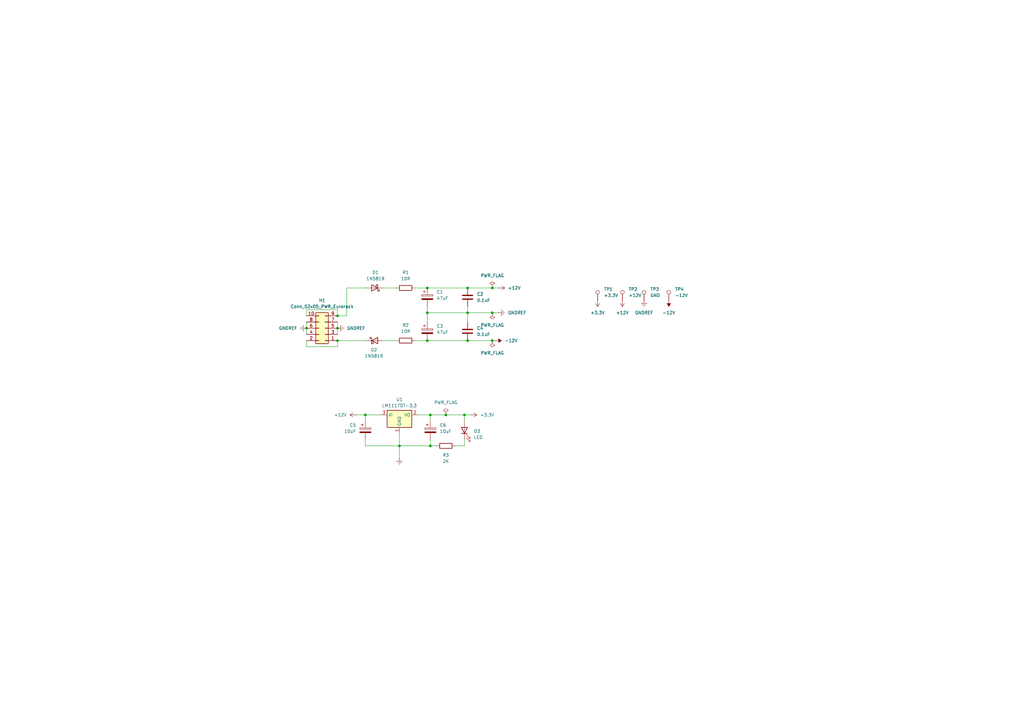
<source format=kicad_sch>
(kicad_sch (version 20231120) (generator "eeschema") (generator_version "8.0")
  (paper "A3")
  (lib_symbols
    (symbol "Connector:TestPoint" (pin_numbers hide) (pin_names (offset 0.762) hide)
      (property "Reference" "TP" (at 0 6.858 0))
      (property "Value" "TestPoint" (at 0 5.08 0))
      (symbol "TestPoint_0_1"
        (circle (center 0 3.302) (radius 0.762))
      )
      (symbol "TestPoint_1_1"
        (pin passive line (at 0 0 90) (length 2.54) (name "1") (number "1"))
      )
    )
    (symbol "Device:C" (pin_numbers hide) (pin_names (offset 0.254))
      (property "Reference" "C" (at 0.635 2.54 0))
      (property "Value" "C" (at 0.635 -2.54 0))
      (symbol "C_0_1"
        (polyline (pts (xy -2.032 -0.762) (xy 2.032 -0.762)) (stroke (width 0.508)))
        (polyline (pts (xy -2.032 0.762) (xy 2.032 0.762)) (stroke (width 0.508)))
      )
      (symbol "C_1_1"
        (pin passive line (at 0 3.81 270) (length 2.794) (name "~") (number "1"))
        (pin passive line (at 0 -3.81 90) (length 2.794) (name "~") (number "2"))
      )
    )
    (symbol "Device:C_Polarized" (pin_numbers hide) (pin_names (offset 0.254))
      (property "Reference" "C" (at 0.635 2.54 0))
      (property "Value" "C_Polarized" (at 0.635 -2.54 0))
      (symbol "C_Polarized_0_1"
        (rectangle (start -2.286 0.508) (end 2.286 1.016))
        (polyline (pts (xy -1.778 2.286) (xy -0.762 2.286)))
        (polyline (pts (xy -1.27 2.794) (xy -1.27 1.778)))
        (rectangle (start 2.286 -0.508) (end -2.286 -1.016) (fill (type outline)))
      )
      (symbol "C_Polarized_1_1"
        (pin passive line (at 0 3.81 270) (length 2.794) (name "~") (number "1"))
        (pin passive line (at 0 -3.81 90) (length 2.794) (name "~") (number "2"))
      )
    )
    (symbol "Device:LED" (pin_numbers hide) (pin_names (offset 1.016) hide)
      (property "Reference" "D" (at 0 2.54 0))
      (property "Value" "LED" (at 0 -2.54 0))
      (symbol "LED_0_1"
        (polyline (pts (xy -1.27 -1.27) (xy -1.27 1.27)) (stroke (width 0.254)))
        (polyline (pts (xy -1.27 0) (xy 1.27 0)))
        (polyline (pts (xy 1.27 -1.27) (xy 1.27 1.27) (xy -1.27 0) (xy 1.27 -1.27)) (stroke (width 0.254)))
        (polyline (pts (xy -3.048 -0.762) (xy -4.572 -2.286) (xy -3.81 -2.286) (xy -4.572 -2.286) (xy -4.572 -1.524)))
        (polyline (pts (xy -1.778 -0.762) (xy -3.302 -2.286) (xy -2.54 -2.286) (xy -3.302 -2.286) (xy -3.302 -1.524)))
      )
      (symbol "LED_1_1"
        (pin passive line (at -3.81 0 0) (length 2.54) (name "K") (number "1"))
        (pin passive line (at 3.81 0 180) (length 2.54) (name "A") (number "2"))
      )
    )
    (symbol "Device:R" (pin_numbers hide) (pin_names (offset 0))
      (property "Reference" "R" (at 2.032 0 90))
      (property "Value" "R" (at 0 0 90))
      (symbol "R_0_1"
        (rectangle (start -1.016 -2.54) (end 1.016 2.54) (stroke (width 0.254)))
      )
      (symbol "R_1_1"
        (pin passive line (at 0 3.81 270) (length 1.27) (name "~") (number "1"))
        (pin passive line (at 0 -3.81 90) (length 1.27) (name "~") (number "2"))
      )
    )
    (symbol "Diode:1N5817" (pin_numbers hide) (pin_names (offset 1.016) hide)
      (property "Reference" "D" (at 0 2.54 0))
      (property "Value" "1N5817" (at 0 -2.54 0))
      (symbol "1N5817_0_1"
        (polyline (pts (xy 1.27 0) (xy -1.27 0)))
        (polyline (pts (xy 1.27 1.27) (xy 1.27 -1.27) (xy -1.27 0) (xy 1.27 1.27)) (stroke (width 0.254)))
        (polyline (pts (xy -1.905 0.635) (xy -1.905 1.27) (xy -1.27 1.27) (xy -1.27 -1.27) (xy -0.635 -1.27) (xy -0.635 -0.635)) (stroke (width 0.254)))
      )
      (symbol "1N5817_1_1"
        (pin passive line (at -3.81 0 0) (length 2.54) (name "K") (number "1"))
        (pin passive line (at 3.81 0 180) (length 2.54) (name "A") (number "2"))
      )
    )
    (symbol "Regulator_Linear:LM1117DT-3.3"
      (property "Reference" "U" (at -3.81 3.175 0))
      (property "Value" "LM1117DT-3.3" (at 0 3.175 0))
      (symbol "LM1117DT-3.3_0_1"
        (rectangle (start -5.08 -5.08) (end 5.08 1.905) (stroke (width 0.254)) (fill (type background)))
      )
      (symbol "LM1117DT-3.3_1_1"
        (pin power_in line (at 0 -7.62 90) (length 2.54) (name "GND") (number "1"))
        (pin power_out line (at 7.62 0 180) (length 2.54) (name "VO") (number "2"))
        (pin power_in line (at -7.62 0 0) (length 2.54) (name "VI") (number "3"))
      )
    )
    (symbol "power:+12V" (power) (pin_numbers hide) (pin_names (offset 0) hide)
      (property "Value" "+12V" (at 0 3.556 0))
      (symbol "+12V_0_1"
        (polyline (pts (xy -0.762 1.27) (xy 0 2.54)))
        (polyline (pts (xy 0 0) (xy 0 2.54)))
        (polyline (pts (xy 0 2.54) (xy 0.762 1.27)))
      )
      (symbol "+12V_1_1"
        (pin power_in line (at 0 0 90) (length 0) (name "~") (number "1"))
      )
    )
    (symbol "power:+3.3V" (power) (pin_numbers hide) (pin_names (offset 0) hide)
      (property "Value" "+3.3V" (at 0 3.556 0))
      (symbol "+3.3V_0_1"
        (polyline (pts (xy -0.762 1.27) (xy 0 2.54)))
        (polyline (pts (xy 0 0) (xy 0 2.54)))
        (polyline (pts (xy 0 2.54) (xy 0.762 1.27)))
      )
      (symbol "+3.3V_1_1"
        (pin power_in line (at 0 0 90) (length 0) (name "~") (number "1"))
      )
    )
    (symbol "power:-12V" (power) (pin_numbers hide) (pin_names (offset 0) hide)
      (property "Value" "-12V" (at 0 3.556 0))
      (symbol "-12V_0_0"
        (pin power_in line (at 0 0 90) (length 0) (name "~") (number "1"))
      )
      (symbol "-12V_0_1"
        (polyline (pts (xy 0 0) (xy 0 1.27) (xy 0.762 1.27) (xy 0 2.54) (xy -0.762 1.27) (xy 0 1.27)) (fill (type outline)))
      )
    )
    (symbol "power:GNDREF" (power) (pin_numbers hide) (pin_names (offset 0) hide)
      (property "Value" "GNDREF" (at 0 -3.81 0))
      (symbol "GNDREF_0_1"
        (polyline (pts (xy -0.635 -1.905) (xy 0.635 -1.905)))
        (polyline (pts (xy -0.127 -2.54) (xy 0.127 -2.54)))
        (polyline (pts (xy 0 -1.27) (xy 0 0)))
        (polyline (pts (xy 1.27 -1.27) (xy -1.27 -1.27)))
      )
      (symbol "GNDREF_1_1"
        (pin power_in line (at 0 0 270) (length 0) (name "~") (number "1"))
      )
    )
    (symbol "power:PWR_FLAG" (power) (pin_numbers hide) (pin_names (offset 0) hide)
      (property "Value" "PWR_FLAG" (at 0 3.81 0))
      (symbol "PWR_FLAG_0_0"
        (pin power_out line (at 0 0 90) (length 0) (name "~") (number "1"))
      )
      (symbol "PWR_FLAG_0_1"
        (polyline (pts (xy 0 0) (xy 0 1.27) (xy -1.016 1.905) (xy 0 2.54) (xy 1.016 1.905) (xy 0 1.27)))
      )
    )
    (symbol "synth:Conn_02x05_EuroRack_Power" (pin_names (offset 1.016) hide)
      (property "Reference" "H13" (at 0 -11.43 0))
      (property "Value" "Conn_02x05_PWR_Eurorack" (at 0 -8.89 0))
      (symbol "Conn_02x05_EuroRack_Power_1_1"
        (rectangle (start -2.54 -4.953) (end -1.27 -5.207) (stroke (width 0.1524)))
        (rectangle (start -2.54 -2.413) (end -1.27 -2.667) (stroke (width 0.1524)))
        (rectangle (start -2.54 0.127) (end -1.27 -0.127) (stroke (width 0.1524)))
        (rectangle (start -2.54 2.667) (end -1.27 2.413) (stroke (width 0.1524)))
        (rectangle (start -2.54 5.207) (end -1.27 4.953) (stroke (width 0.1524)))
        (rectangle (start -2.54 6.35) (end 2.54 -6.35) (stroke (width 0.254)) (fill (type background)))
        (rectangle (start 2.54 -4.953) (end 1.27 -5.207) (stroke (width 0.1524)))
        (rectangle (start 2.54 -2.413) (end 1.27 -2.667) (stroke (width 0.1524)))
        (rectangle (start 2.54 0.127) (end 1.27 -0.127) (stroke (width 0.1524)))
        (rectangle (start 2.54 2.667) (end 1.27 2.413) (stroke (width 0.1524)))
        (rectangle (start 2.54 5.207) (end 1.27 4.953) (stroke (width 0.1524)))
        (pin passive line (at -6.35 5.08 0) (length 3.81) (name "Pin_1") (number "1"))
        (pin passive line (at 6.35 -5.08 180) (length 3.81) (name "Pin_10") (number "10"))
        (pin passive line (at 6.35 5.08 180) (length 3.81) (name "Pin_2") (number "2"))
        (pin passive line (at -6.35 2.54 0) (length 3.81) (name "Pin_3") (number "3"))
        (pin passive line (at 6.35 2.54 180) (length 3.81) (name "Pin_4") (number "4"))
        (pin passive line (at -6.35 0 0) (length 3.81) (name "Pin_5") (number "5"))
        (pin passive line (at 6.35 0 180) (length 3.81) (name "Pin_6") (number "6"))
        (pin passive line (at -6.35 -2.54 0) (length 3.81) (name "Pin_7") (number "7"))
        (pin passive line (at 6.35 -2.54 180) (length 3.81) (name "Pin_8") (number "8"))
        (pin passive line (at -6.35 -5.08 0) (length 3.81) (name "Pin_9") (number "9"))
      )
    )
  )
  (junction (at 201.93 139.7))
  (junction (at 190.5 170.18))
  (junction (at 176.53 182.88))
  (junction (at 138.43 139.7))
  (junction (at 182.88 170.18))
  (junction (at 149.86 170.18))
  (junction (at 175.26 139.7))
  (junction (at 138.43 129.54))
  (junction (at 191.77 139.7))
  (junction (at 125.73 134.62))
  (junction (at 163.83 182.88))
  (junction (at 191.77 128.27))
  (junction (at 201.93 118.11))
  (junction (at 176.53 170.18))
  (junction (at 201.93 128.27))
  (junction (at 191.77 118.11))
  (junction (at 138.43 134.62))
  (junction (at 175.26 118.11))
  (junction (at 175.26 128.27))
  (wire (pts (xy 182.88 170.18) (xy 176.53 170.18)))
  (wire (pts (xy 176.53 180.34) (xy 176.53 182.88)))
  (wire (pts (xy 190.5 172.72) (xy 190.5 170.18)))
  (wire (pts (xy 125.73 134.62) (xy 125.73 137.16)))
  (wire (pts (xy 175.26 128.27) (xy 191.77 128.27)))
  (wire (pts (xy 138.43 129.54) (xy 142.24 129.54)))
  (wire (pts (xy 149.86 182.88) (xy 163.83 182.88)))
  (wire (pts (xy 175.26 139.7) (xy 191.77 139.7)))
  (wire (pts (xy 138.43 129.54) (xy 138.43 127)))
  (wire (pts (xy 149.86 170.18) (xy 156.21 170.18)))
  (wire (pts (xy 191.77 128.27) (xy 191.77 132.08)))
  (wire (pts (xy 125.73 139.7) (xy 125.73 142.24)))
  (wire (pts (xy 176.53 170.18) (xy 171.45 170.18)))
  (wire (pts (xy 138.43 127) (xy 125.73 127)))
  (wire (pts (xy 142.24 118.11) (xy 149.86 118.11)))
  (wire (pts (xy 191.77 139.7) (xy 201.93 139.7)))
  (wire (pts (xy 170.18 118.11) (xy 175.26 118.11)))
  (wire (pts (xy 201.93 128.27) (xy 204.47 128.27)))
  (wire (pts (xy 193.04 170.18) (xy 190.5 170.18)))
  (wire (pts (xy 190.5 182.88) (xy 186.69 182.88)))
  (wire (pts (xy 201.93 118.11) (xy 204.47 118.11)))
  (wire (pts (xy 163.83 187.96) (xy 163.83 182.88)))
  (wire (pts (xy 125.73 127) (xy 125.73 129.54)))
  (wire (pts (xy 190.5 180.34) (xy 190.5 182.88)))
  (wire (pts (xy 163.83 182.88) (xy 176.53 182.88)))
  (wire (pts (xy 175.26 128.27) (xy 175.26 132.08)))
  (wire (pts (xy 138.43 134.62) (xy 138.43 137.16)))
  (wire (pts (xy 191.77 118.11) (xy 201.93 118.11)))
  (wire (pts (xy 176.53 172.72) (xy 176.53 170.18)))
  (wire (pts (xy 191.77 125.73) (xy 191.77 128.27)))
  (wire (pts (xy 201.93 139.7) (xy 203.2 139.7)))
  (wire (pts (xy 138.43 142.24) (xy 138.43 139.7)))
  (wire (pts (xy 138.43 139.7) (xy 149.86 139.7)))
  (wire (pts (xy 125.73 142.24) (xy 138.43 142.24)))
  (wire (pts (xy 125.73 132.08) (xy 125.73 134.62)))
  (wire (pts (xy 157.48 139.7) (xy 162.56 139.7)))
  (wire (pts (xy 170.18 139.7) (xy 175.26 139.7)))
  (wire (pts (xy 175.26 125.73) (xy 175.26 128.27)))
  (wire (pts (xy 191.77 128.27) (xy 201.93 128.27)))
  (wire (pts (xy 142.24 118.11) (xy 142.24 129.54)))
  (wire (pts (xy 149.86 182.88) (xy 149.86 180.34)))
  (wire (pts (xy 175.26 118.11) (xy 191.77 118.11)))
  (wire (pts (xy 176.53 182.88) (xy 179.07 182.88)))
  (wire (pts (xy 157.48 118.11) (xy 162.56 118.11)))
  (wire (pts (xy 182.88 170.18) (xy 190.5 170.18)))
  (wire (pts (xy 163.83 177.8) (xy 163.83 182.88)))
  (wire (pts (xy 146.05 170.18) (xy 149.86 170.18)))
  (wire (pts (xy 149.86 172.72) (xy 149.86 170.18)))
  (wire (pts (xy 138.43 132.08) (xy 138.43 134.62)))
  (symbol (lib_id "Regulator_Linear:LM1117DT-3.3") (at 163.83 170.18 0) (unit 1)
    (property "Reference" "U1" (at 163.83 163.83 0))
    (property "Value" "LM1117DT-3.3" (at 163.83 166.37 0))
    (property "Footprint" "Package_TO_SOT_SMD:TO-252-3_TabPin2" (effects (hide yes)))
    (property "Datasheet" "http://www.ti.com/lit/ds/symlink/lm1117.pdf" (effects (hide yes)))
    (property "Description" "800mA Low-Dropout Linear Regulator, 3.3V fixed output, TO-252" (effects (hide yes)))
  )
  (symbol (lib_id "power:+3.3V") (at 245.11 123.19 180) (unit 1)
    (property "Reference" "#PWR02" (effects (hide yes)))
    (property "Value" "+3.3V" (at 245.11 128.27 0))
    (property "Description" "Power symbol creates a global label with name \"+3.3V\"" (effects (hide yes)))
  )
  (symbol (lib_id "power:+3.3V") (at 193.04 170.18 270) (unit 1)
    (property "Reference" "#PWR011" (effects (hide yes)))
    (property "Value" "+3.3V" (at 196.85 170.1799 90) (effects (justify left)))
    (property "Description" "Power symbol creates a global label with name \"+3.3V\"" (effects (hide yes)))
  )
  (symbol (lib_id "Device:LED") (at 190.5 176.53 90) (unit 1)
    (property "Reference" "D3" (at 194.31 176.8474 90) (effects (justify right)))
    (property "Value" "LED" (at 194.31 179.3874 90) (effects (justify right)))
    (property "Footprint" "LED_SMD:LED_0805_2012Metric_Pad1.15x1.40mm_HandSolder" (effects (hide yes)))
    (property "Description" "Light emitting diode" (effects (hide yes)))
  )
  (symbol (lib_id "Device:R") (at 166.37 139.7 90) (unit 1)
    (property "Reference" "R2" (at 166.37 133.35 90))
    (property "Value" "10R" (at 166.37 135.89 90))
    (property "Footprint" "Resistor_SMD:R_0805_2012Metric_Pad1.20x1.40mm_HandSolder" (effects (hide yes)))
    (property "Description" "Resistor" (effects (hide yes)))
  )
  (symbol (lib_id "power:GNDREF") (at 163.83 187.96 0) (unit 1)
    (property "Reference" "#PWR012" (effects (hide yes)))
    (property "Value" "GNDREF" (effects (hide yes)))
    (property "Description" "Power symbol creates a global label with name \"GNDREF\" , reference supply ground" (effects (hide yes)))
  )
  (symbol (lib_id "Connector:TestPoint") (at 274.32 123.19 0) (unit 1) (exclude_from_sim yes) (in_bom no)
    (property "Reference" "TP4" (at 276.86 118.6179 0) (effects (justify left)))
    (property "Value" "-12V" (at 276.86 121.1579 0) (effects (justify left)))
    (property "Footprint" "Connector_Pin:Pin_D1.0mm_L10.0mm" (effects (hide yes)))
    (property "Description" "test point" (effects (hide yes)))
  )
  (symbol (lib_id "power:PWR_FLAG") (at 201.93 139.7 180) (unit 1)
    (property "Reference" "#FLG03" (effects (hide yes)))
    (property "Value" "PWR_FLAG" (at 201.93 144.78 0))
    (property "Description" "Special symbol for telling ERC where power comes from" (effects (hide yes)))
  )
  (symbol (lib_id "Diode:1N5817") (at 153.67 118.11 180) (unit 1)
    (property "Reference" "D1" (at 153.9875 111.76 0))
    (property "Value" "1N5819" (at 153.9875 114.3 0))
    (property "Footprint" "Diode_SMD:D_SOD-123" (effects (hide yes)))
    (property "Datasheet" "http://www.vishay.com/docs/88525/1n5817.pdf" (effects (hide yes)))
    (property "Description" "20V 1A Schottky Barrier Rectifier Diode, DO-41" (effects (hide yes)))
  )
  (symbol (lib_id "power:PWR_FLAG") (at 201.93 118.11 0) (unit 1)
    (property "Reference" "#FLG01" (effects (hide yes)))
    (property "Value" "PWR_FLAG" (at 201.93 113.03 0))
    (property "Description" "Special symbol for telling ERC where power comes from" (effects (hide yes)))
  )
  (symbol (lib_id "power:PWR_FLAG") (at 182.88 170.18 0) (unit 1)
    (property "Reference" "#FLG04" (effects (hide yes)))
    (property "Value" "PWR_FLAG" (at 182.88 165.1 0))
    (property "Description" "Special symbol for telling ERC where power comes from" (effects (hide yes)))
  )
  (symbol (lib_id "power:-12V") (at 203.2 139.7 270) (unit 1)
    (property "Reference" "#PWR09" (effects (hide yes)))
    (property "Value" "-12V" (at 207.01 139.6999 90) (effects (justify left)))
    (property "Description" "Power symbol creates a global label with name \"-12V\"" (effects (hide yes)))
  )
  (symbol (lib_id "Device:C") (at 191.77 121.92 0) (unit 1)
    (property "Reference" "C2" (at 195.58 120.6499 0) (effects (justify left)))
    (property "Value" "0.1uF" (at 195.58 123.1899 0) (effects (justify left)))
    (property "Footprint" "Capacitor_SMD:C_0805_2012Metric_Pad1.18x1.45mm_HandSolder" (effects (hide yes)))
    (property "Description" "Unpolarized capacitor" (effects (hide yes)))
  )
  (symbol (lib_id "Device:C_Polarized") (at 175.26 135.89 0) (unit 1)
    (property "Reference" "C3" (at 179.07 133.7309 0) (effects (justify left)))
    (property "Value" "47uF" (at 179.07 136.2709 0) (effects (justify left)))
    (property "Footprint" "Capacitor_THT:CP_Radial_D5.0mm_P2.50mm" (effects (hide yes)))
    (property "Description" "Polarized capacitor" (effects (hide yes)))
  )
  (symbol (lib_id "Connector:TestPoint") (at 264.16 123.19 0) (unit 1) (exclude_from_sim yes) (in_bom no)
    (property "Reference" "TP3" (at 266.7 118.6179 0) (effects (justify left)))
    (property "Value" "GND" (at 266.7 121.1579 0) (effects (justify left)))
    (property "Footprint" "Connector_Pin:Pin_D1.0mm_L10.0mm" (effects (hide yes)))
    (property "Description" "test point" (effects (hide yes)))
  )
  (symbol (lib_id "Device:C_Polarized") (at 176.53 176.53 0) (unit 1)
    (property "Reference" "C6" (at 180.34 174.3709 0) (effects (justify left)))
    (property "Value" "10uF" (at 180.34 176.9109 0) (effects (justify left)))
    (property "Footprint" "Capacitor_THT:CP_Radial_D4.0mm_P2.00mm" (effects (hide yes)))
    (property "Description" "Polarized capacitor" (effects (hide yes)))
  )
  (symbol (lib_id "Diode:1N5817") (at 153.67 139.7 0) (unit 1)
    (property "Reference" "D2" (at 153.3525 143.51 0))
    (property "Value" "1N5819" (at 153.3525 146.05 0))
    (property "Footprint" "Diode_SMD:D_SOD-123" (effects (hide yes)))
    (property "Datasheet" "http://www.vishay.com/docs/88525/1n5817.pdf" (effects (hide yes)))
    (property "Description" "20V 1A Schottky Barrier Rectifier Diode, DO-41" (effects (hide yes)))
  )
  (symbol (lib_id "power:-12V") (at 274.32 123.19 180) (unit 1)
    (property "Reference" "#PWR05" (effects (hide yes)))
    (property "Value" "-12V" (at 274.32 128.27 0))
    (property "Description" "Power symbol creates a global label with name \"-12V\"" (effects (hide yes)))
  )
  (symbol (lib_id "power:PWR_FLAG") (at 201.93 128.27 180) (unit 1)
    (property "Reference" "#FLG02" (effects (hide yes)))
    (property "Value" "PWR_FLAG" (at 201.93 133.35 0))
    (property "Description" "Special symbol for telling ERC where power comes from" (effects (hide yes)))
  )
  (symbol (lib_id "power:GNDREF") (at 125.73 134.62 270) (unit 1)
    (property "Reference" "#PWR07" (effects (hide yes)))
    (property "Value" "GNDREF" (at 121.92 134.6199 90) (effects (justify right)))
    (property "Description" "Power symbol creates a global label with name \"GNDREF\" , reference supply ground" (effects (hide yes)))
  )
  (symbol (lib_id "power:GNDREF") (at 138.43 134.62 90) (unit 1)
    (property "Reference" "#PWR08" (effects (hide yes)))
    (property "Value" "GNDREF" (at 142.24 134.6199 90) (effects (justify right)))
    (property "Description" "Power symbol creates a global label with name \"GNDREF\" , reference supply ground" (effects (hide yes)))
  )
  (symbol (lib_id "Device:R") (at 166.37 118.11 90) (unit 1)
    (property "Reference" "R1" (at 166.37 111.76 90))
    (property "Value" "10R" (at 166.37 114.3 90))
    (property "Footprint" "Resistor_SMD:R_0805_2012Metric_Pad1.20x1.40mm_HandSolder" (effects (hide yes)))
    (property "Description" "Resistor" (effects (hide yes)))
  )
  (symbol (lib_id "synth:Conn_02x05_EuroRack_Power") (at 132.08 134.62 180) (unit 1)
    (property "Reference" "H1" (at 132.08 123.19 0))
    (property "Value" "Conn_02x05_PWR_Eurorack" (at 132.08 125.73 0))
    (property "Footprint" "Synth:IDC-Header_2x05_P2.54mm_Vertical" (effects (hide yes)))
  )
  (symbol (lib_id "Connector:TestPoint") (at 245.11 123.19 0) (unit 1) (exclude_from_sim yes) (in_bom no)
    (property "Reference" "TP1" (at 247.65 118.6179 0) (effects (justify left)))
    (property "Value" "+3.3V" (at 247.65 121.1579 0) (effects (justify left)))
    (property "Footprint" "Connector_Pin:Pin_D1.0mm_L10.0mm" (effects (hide yes)))
    (property "Description" "test point" (effects (hide yes)))
  )
  (symbol (lib_id "Device:C") (at 191.77 135.89 0) (unit 1)
    (property "Reference" "C4" (at 195.58 134.6199 0) (effects (justify left)))
    (property "Value" "0.1uF" (at 195.58 137.1599 0) (effects (justify left)))
    (property "Footprint" "Capacitor_SMD:C_0805_2012Metric_Pad1.18x1.45mm_HandSolder" (effects (hide yes)))
    (property "Description" "Unpolarized capacitor" (effects (hide yes)))
  )
  (symbol (lib_id "power:+12V") (at 204.47 118.11 270) (unit 1)
    (property "Reference" "#PWR01" (effects (hide yes)))
    (property "Value" "+12V" (at 208.28 118.1099 90) (effects (justify left)))
    (property "Description" "Power symbol creates a global label with name \"+12V\"" (effects (hide yes)))
  )
  (symbol (lib_id "Device:R") (at 182.88 182.88 90) (unit 1)
    (property "Reference" "R3" (at 182.88 186.69 90))
    (property "Value" "2K" (at 182.88 189.23 90))
    (property "Footprint" "Resistor_SMD:R_0805_2012Metric_Pad1.20x1.40mm_HandSolder" (effects (hide yes)))
    (property "Description" "Resistor" (effects (hide yes)))
  )
  (symbol (lib_id "power:+12V") (at 255.27 123.19 180) (unit 1)
    (property "Reference" "#PWR03" (effects (hide yes)))
    (property "Value" "+12V" (at 255.27 128.27 0))
    (property "Description" "Power symbol creates a global label with name \"+12V\"" (effects (hide yes)))
  )
  (symbol (lib_id "power:GNDREF") (at 264.16 123.19 0) (unit 1)
    (property "Reference" "#PWR04" (effects (hide yes)))
    (property "Value" "GNDREF" (at 264.16 128.27 0))
    (property "Description" "Power symbol creates a global label with name \"GNDREF\" , reference supply ground" (effects (hide yes)))
  )
  (symbol (lib_id "power:GNDREF") (at 204.47 128.27 90) (unit 1)
    (property "Reference" "#PWR06" (effects (hide yes)))
    (property "Value" "GNDREF" (at 208.28 128.2699 90) (effects (justify right)))
    (property "Description" "Power symbol creates a global label with name \"GNDREF\" , reference supply ground" (effects (hide yes)))
  )
  (symbol (lib_id "Device:C_Polarized") (at 175.26 121.92 0) (unit 1)
    (property "Reference" "C1" (at 179.07 119.7609 0) (effects (justify left)))
    (property "Value" "47uF" (at 179.07 122.3009 0) (effects (justify left)))
    (property "Footprint" "Capacitor_THT:CP_Radial_D5.0mm_P2.50mm" (effects (hide yes)))
    (property "Description" "Polarized capacitor" (effects (hide yes)))
  )
  (symbol (lib_id "Device:C_Polarized") (at 149.86 176.53 0) (unit 1)
    (property "Reference" "C5" (at 146.05 174.3709 0) (effects (justify right)))
    (property "Value" "10uF" (at 146.05 176.9109 0) (effects (justify right)))
    (property "Footprint" "Capacitor_THT:CP_Radial_D4.0mm_P2.00mm" (effects (hide yes)))
    (property "Description" "Polarized capacitor" (effects (hide yes)))
  )
  (symbol (lib_id "Connector:TestPoint") (at 255.27 123.19 0) (unit 1) (exclude_from_sim yes) (in_bom no)
    (property "Reference" "TP2" (at 257.81 118.6179 0) (effects (justify left)))
    (property "Value" "+12V" (at 257.81 121.1579 0) (effects (justify left)))
    (property "Footprint" "Connector_Pin:Pin_D1.0mm_L10.0mm" (effects (hide yes)))
    (property "Description" "test point" (effects (hide yes)))
  )
  (symbol (lib_id "power:+12V") (at 146.05 170.18 90) (unit 1)
    (property "Reference" "#PWR010" (effects (hide yes)))
    (property "Value" "+12V" (at 142.24 170.1799 90) (effects (justify left)))
    (property "Description" "Power symbol creates a global label with name \"+12V\"" (effects (hide yes)))
  )
)
</source>
